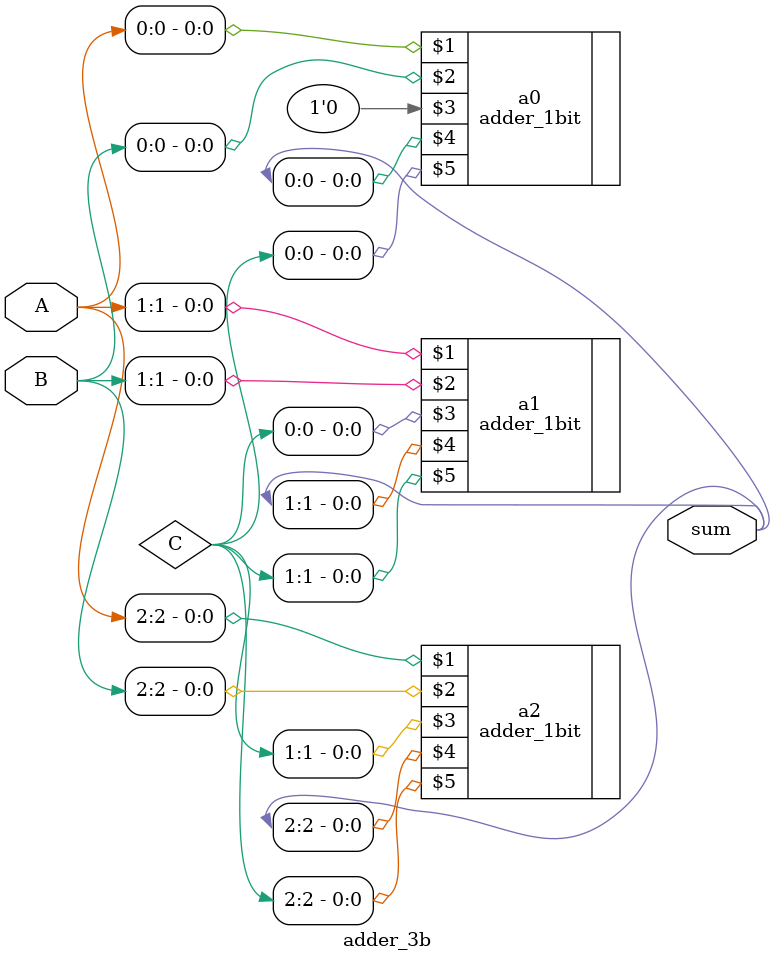
<source format=v>
module adder_3b(A, B, sum);
input [2:0] A, B;
output [2:0] sum;

wire[2:0] C;

adder_1bit a0 (A[0], B[0], 1'b0, sum[0], C[0]);
adder_1bit a1 (A[1], B[1], C[0], sum[1], C[1]);
adder_1bit a2 (A[2], B[2], C[1], sum[2], C[2]);

endmodule

</source>
